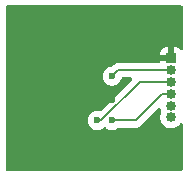
<source format=gbr>
%TF.GenerationSoftware,KiCad,Pcbnew,9.0.4*%
%TF.CreationDate,2025-11-12T18:25:33-05:00*%
%TF.ProjectId,hermes,6865726d-6573-42e6-9b69-6361645f7063,rev?*%
%TF.SameCoordinates,Original*%
%TF.FileFunction,Copper,L2,Bot*%
%TF.FilePolarity,Positive*%
%FSLAX46Y46*%
G04 Gerber Fmt 4.6, Leading zero omitted, Abs format (unit mm)*
G04 Created by KiCad (PCBNEW 9.0.4) date 2025-11-12 18:25:33*
%MOMM*%
%LPD*%
G01*
G04 APERTURE LIST*
%TA.AperFunction,ComponentPad*%
%ADD10R,0.850000X0.850000*%
%TD*%
%TA.AperFunction,ComponentPad*%
%ADD11C,0.850000*%
%TD*%
%TA.AperFunction,ViaPad*%
%ADD12C,0.600000*%
%TD*%
%TA.AperFunction,Conductor*%
%ADD13C,0.200000*%
%TD*%
G04 APERTURE END LIST*
D10*
%TO.P,J2,1,Pin_1*%
%TO.N,GND*%
X177000000Y-110000000D03*
D11*
%TO.P,J2,2,Pin_2*%
%TO.N,XSHUT*%
X177000000Y-111000000D03*
%TO.P,J2,3,Pin_3*%
%TO.N,SCL*%
X177000000Y-112000000D03*
%TO.P,J2,4,Pin_4*%
%TO.N,SDA*%
X177000000Y-113000000D03*
%TO.P,J2,5,Pin_5*%
%TO.N,TOF_INT*%
X177000000Y-114000000D03*
%TO.P,J2,6,Pin_6*%
%TO.N,+3V3*%
X177000000Y-115000000D03*
%TD*%
D12*
%TO.N,SCL*%
X170750000Y-115250000D03*
%TO.N,SDA*%
X172000000Y-115250000D03*
%TO.N,XSHUT*%
X172000000Y-111500000D03*
%TO.N,GND*%
X167500000Y-113000000D03*
X172000000Y-113500000D03*
X171000000Y-113500000D03*
X170000000Y-113500000D03*
%TD*%
D13*
%TO.N,SCL*%
X174349943Y-112000000D02*
X177000000Y-112000000D01*
X170750000Y-115250000D02*
X171099943Y-115250000D01*
X171099943Y-115250000D02*
X174349943Y-112000000D01*
%TO.N,SDA*%
X174000000Y-115250000D02*
X172000000Y-115250000D01*
X177000000Y-113000000D02*
X176250000Y-113000000D01*
X176250000Y-113000000D02*
X174000000Y-115250000D01*
%TO.N,XSHUT*%
X172000000Y-111500000D02*
X172500000Y-111000000D01*
X172500000Y-111000000D02*
X177000000Y-111000000D01*
%TD*%
%TA.AperFunction,Conductor*%
%TO.N,GND*%
G36*
X177942539Y-105520185D02*
G01*
X177988294Y-105572989D01*
X177999500Y-105624500D01*
X177999500Y-109135760D01*
X177979815Y-109202799D01*
X177927011Y-109248554D01*
X177857853Y-109258498D01*
X177794297Y-109229473D01*
X177787819Y-109223441D01*
X177782187Y-109217809D01*
X177667093Y-109131649D01*
X177667086Y-109131645D01*
X177532379Y-109081403D01*
X177532372Y-109081401D01*
X177472844Y-109075000D01*
X177250000Y-109075000D01*
X177250000Y-109876000D01*
X177237238Y-109919461D01*
X177211940Y-109858386D01*
X177141614Y-109788060D01*
X177049728Y-109750000D01*
X176950272Y-109750000D01*
X176858386Y-109788060D01*
X176788060Y-109858386D01*
X176750000Y-109950272D01*
X176750000Y-110049728D01*
X176771570Y-110101805D01*
X176730047Y-110110065D01*
X176730037Y-110110068D01*
X176561613Y-110179831D01*
X176517034Y-110209617D01*
X176487873Y-110229102D01*
X176421197Y-110249980D01*
X176418984Y-110250000D01*
X176075000Y-110250000D01*
X176075000Y-110275500D01*
X176055315Y-110342539D01*
X176002511Y-110388294D01*
X175951000Y-110399500D01*
X172586670Y-110399500D01*
X172586654Y-110399499D01*
X172579058Y-110399499D01*
X172420943Y-110399499D01*
X172344579Y-110419961D01*
X172268214Y-110440423D01*
X172268209Y-110440426D01*
X172131290Y-110519475D01*
X172131286Y-110519478D01*
X171985337Y-110665427D01*
X171924014Y-110698911D01*
X171921848Y-110699362D01*
X171766508Y-110730261D01*
X171766498Y-110730264D01*
X171620827Y-110790602D01*
X171620814Y-110790609D01*
X171489711Y-110878210D01*
X171489707Y-110878213D01*
X171378213Y-110989707D01*
X171378210Y-110989711D01*
X171290609Y-111120814D01*
X171290602Y-111120827D01*
X171230264Y-111266498D01*
X171230261Y-111266510D01*
X171199500Y-111421153D01*
X171199500Y-111578846D01*
X171230261Y-111733489D01*
X171230264Y-111733501D01*
X171290602Y-111879172D01*
X171290609Y-111879185D01*
X171378210Y-112010288D01*
X171378213Y-112010292D01*
X171489707Y-112121786D01*
X171489711Y-112121789D01*
X171620814Y-112209390D01*
X171620827Y-112209397D01*
X171766498Y-112269735D01*
X171766503Y-112269737D01*
X171921153Y-112300499D01*
X171921156Y-112300500D01*
X171921158Y-112300500D01*
X172078844Y-112300500D01*
X172078845Y-112300499D01*
X172233497Y-112269737D01*
X172379179Y-112209394D01*
X172510289Y-112121789D01*
X172621789Y-112010289D01*
X172709394Y-111879179D01*
X172769737Y-111733497D01*
X172776339Y-111700309D01*
X172808724Y-111638398D01*
X172869439Y-111603824D01*
X172897956Y-111600500D01*
X173600845Y-111600500D01*
X173667884Y-111620185D01*
X173713639Y-111672989D01*
X173723583Y-111742147D01*
X173694558Y-111805703D01*
X173688526Y-111812181D01*
X171061180Y-114439526D01*
X170999857Y-114473011D01*
X170949307Y-114473462D01*
X170828844Y-114449500D01*
X170828842Y-114449500D01*
X170671158Y-114449500D01*
X170671155Y-114449500D01*
X170516510Y-114480261D01*
X170516498Y-114480264D01*
X170370827Y-114540602D01*
X170370814Y-114540609D01*
X170239711Y-114628210D01*
X170239707Y-114628213D01*
X170128213Y-114739707D01*
X170128210Y-114739711D01*
X170040609Y-114870814D01*
X170040602Y-114870827D01*
X169980264Y-115016498D01*
X169980261Y-115016510D01*
X169949500Y-115171153D01*
X169949500Y-115328846D01*
X169980261Y-115483489D01*
X169980264Y-115483501D01*
X170040602Y-115629172D01*
X170040609Y-115629185D01*
X170128210Y-115760288D01*
X170128213Y-115760292D01*
X170239707Y-115871786D01*
X170239711Y-115871789D01*
X170370814Y-115959390D01*
X170370827Y-115959397D01*
X170516498Y-116019735D01*
X170516503Y-116019737D01*
X170671153Y-116050499D01*
X170671156Y-116050500D01*
X170671158Y-116050500D01*
X170828844Y-116050500D01*
X170828845Y-116050499D01*
X170983497Y-116019737D01*
X171129179Y-115959394D01*
X171260289Y-115871789D01*
X171287319Y-115844758D01*
X171348639Y-115811274D01*
X171418331Y-115816258D01*
X171462680Y-115844759D01*
X171489707Y-115871786D01*
X171489711Y-115871789D01*
X171620814Y-115959390D01*
X171620827Y-115959397D01*
X171766498Y-116019735D01*
X171766503Y-116019737D01*
X171921153Y-116050499D01*
X171921156Y-116050500D01*
X171921158Y-116050500D01*
X172078844Y-116050500D01*
X172078845Y-116050499D01*
X172233497Y-116019737D01*
X172379179Y-115959394D01*
X172429905Y-115925500D01*
X172510875Y-115871398D01*
X172577553Y-115850520D01*
X172579766Y-115850500D01*
X173913331Y-115850500D01*
X173913347Y-115850501D01*
X173920943Y-115850501D01*
X174079054Y-115850501D01*
X174079057Y-115850501D01*
X174231785Y-115809577D01*
X174281904Y-115780639D01*
X174368716Y-115730520D01*
X174480520Y-115618716D01*
X174480520Y-115618714D01*
X174490728Y-115608507D01*
X174490729Y-115608504D01*
X175899444Y-114199790D01*
X175960763Y-114166308D01*
X176030455Y-114171292D01*
X176086388Y-114213164D01*
X176102246Y-114241407D01*
X176106504Y-114252050D01*
X176110067Y-114269958D01*
X176179833Y-114438389D01*
X176182909Y-114442993D01*
X176187287Y-114453933D01*
X176189979Y-114482179D01*
X176195761Y-114509960D01*
X176193395Y-114518016D01*
X176193917Y-114523488D01*
X176188975Y-114533069D01*
X176181525Y-114558444D01*
X176179835Y-114561605D01*
X176110067Y-114730041D01*
X176110065Y-114730047D01*
X176074500Y-114908843D01*
X176074500Y-114908846D01*
X176074500Y-115091154D01*
X176074500Y-115091156D01*
X176074499Y-115091156D01*
X176110065Y-115269952D01*
X176110068Y-115269962D01*
X176179831Y-115438387D01*
X176179833Y-115438391D01*
X176281113Y-115589967D01*
X176281119Y-115589975D01*
X176410024Y-115718880D01*
X176410032Y-115718886D01*
X176561608Y-115820166D01*
X176561612Y-115820168D01*
X176685294Y-115871398D01*
X176730042Y-115889933D01*
X176730046Y-115889933D01*
X176730047Y-115889934D01*
X176908843Y-115925500D01*
X176908846Y-115925500D01*
X177091156Y-115925500D01*
X177211445Y-115901572D01*
X177269958Y-115889933D01*
X177438389Y-115820167D01*
X177438391Y-115820166D01*
X177572557Y-115730519D01*
X177589972Y-115718883D01*
X177718883Y-115589972D01*
X177772398Y-115509879D01*
X177826009Y-115465076D01*
X177895334Y-115456368D01*
X177958362Y-115486522D01*
X177995081Y-115545964D01*
X177999500Y-115578771D01*
X177999500Y-119375500D01*
X177979815Y-119442539D01*
X177927011Y-119488294D01*
X177875500Y-119499500D01*
X163124500Y-119499500D01*
X163057461Y-119479815D01*
X163011706Y-119427011D01*
X163000500Y-119375500D01*
X163000500Y-109527155D01*
X176075000Y-109527155D01*
X176075000Y-109750000D01*
X176750000Y-109750000D01*
X176750000Y-109075000D01*
X176527155Y-109075000D01*
X176467627Y-109081401D01*
X176467620Y-109081403D01*
X176332913Y-109131645D01*
X176332906Y-109131649D01*
X176217812Y-109217809D01*
X176217809Y-109217812D01*
X176131649Y-109332906D01*
X176131645Y-109332913D01*
X176081403Y-109467620D01*
X176081401Y-109467627D01*
X176075000Y-109527155D01*
X163000500Y-109527155D01*
X163000500Y-105624500D01*
X163020185Y-105557461D01*
X163072989Y-105511706D01*
X163124500Y-105500500D01*
X177875500Y-105500500D01*
X177942539Y-105520185D01*
G37*
%TD.AperFunction*%
%TD*%
M02*

</source>
